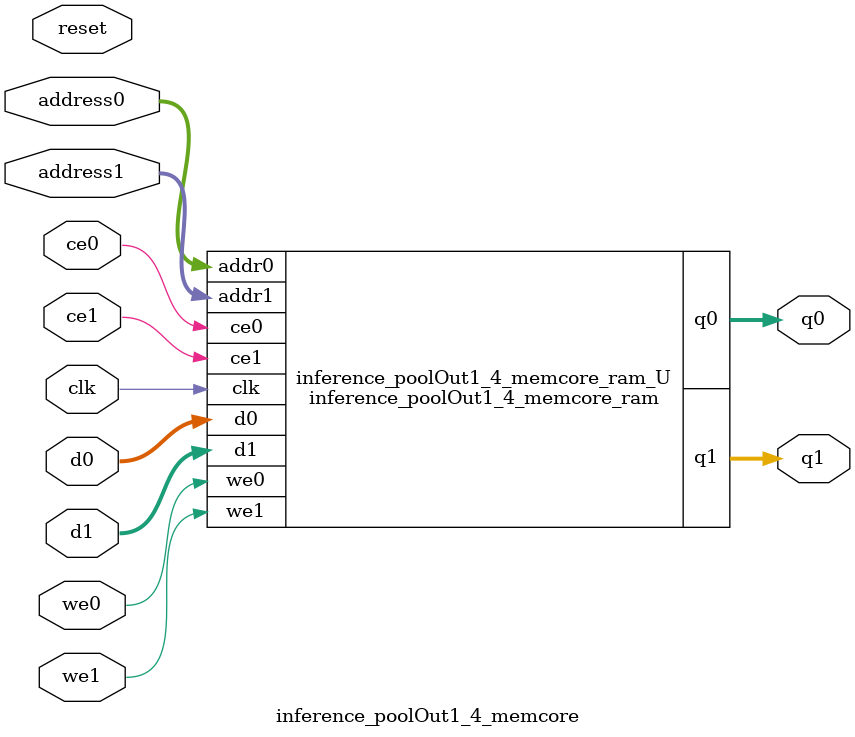
<source format=v>

`timescale 1 ns / 1 ps
module inference_poolOut1_4_memcore_ram (addr0, ce0, d0, we0, q0, addr1, ce1, d1, we1, q1,  clk);

parameter DWIDTH = 32;
parameter AWIDTH = 8;
parameter MEM_SIZE = 168;

input[AWIDTH-1:0] addr0;
input ce0;
input[DWIDTH-1:0] d0;
input we0;
output reg[DWIDTH-1:0] q0;
input[AWIDTH-1:0] addr1;
input ce1;
input[DWIDTH-1:0] d1;
input we1;
output reg[DWIDTH-1:0] q1;
input clk;

(* ram_style = "block" *)reg [DWIDTH-1:0] ram[MEM_SIZE-1:0];




always @(posedge clk)  
begin 
    if (ce0) 
    begin
        if (we0) 
        begin 
            ram[addr0] <= d0; 
            q0 <= d0;
        end 
        else 
            q0 <= ram[addr0];
    end
end


always @(posedge clk)  
begin 
    if (ce1) 
    begin
        if (we1) 
        begin 
            ram[addr1] <= d1; 
            q1 <= d1;
        end 
        else 
            q1 <= ram[addr1];
    end
end


endmodule


`timescale 1 ns / 1 ps
module inference_poolOut1_4_memcore(
    reset,
    clk,
    address0,
    ce0,
    we0,
    d0,
    q0,
    address1,
    ce1,
    we1,
    d1,
    q1);

parameter DataWidth = 32'd32;
parameter AddressRange = 32'd168;
parameter AddressWidth = 32'd8;
input reset;
input clk;
input[AddressWidth - 1:0] address0;
input ce0;
input we0;
input[DataWidth - 1:0] d0;
output[DataWidth - 1:0] q0;
input[AddressWidth - 1:0] address1;
input ce1;
input we1;
input[DataWidth - 1:0] d1;
output[DataWidth - 1:0] q1;



inference_poolOut1_4_memcore_ram inference_poolOut1_4_memcore_ram_U(
    .clk( clk ),
    .addr0( address0 ),
    .ce0( ce0 ),
    .d0( d0 ),
    .we0( we0 ),
    .q0( q0 ),
    .addr1( address1 ),
    .ce1( ce1 ),
    .d1( d1 ),
    .we1( we1 ),
    .q1( q1 ));

endmodule


</source>
